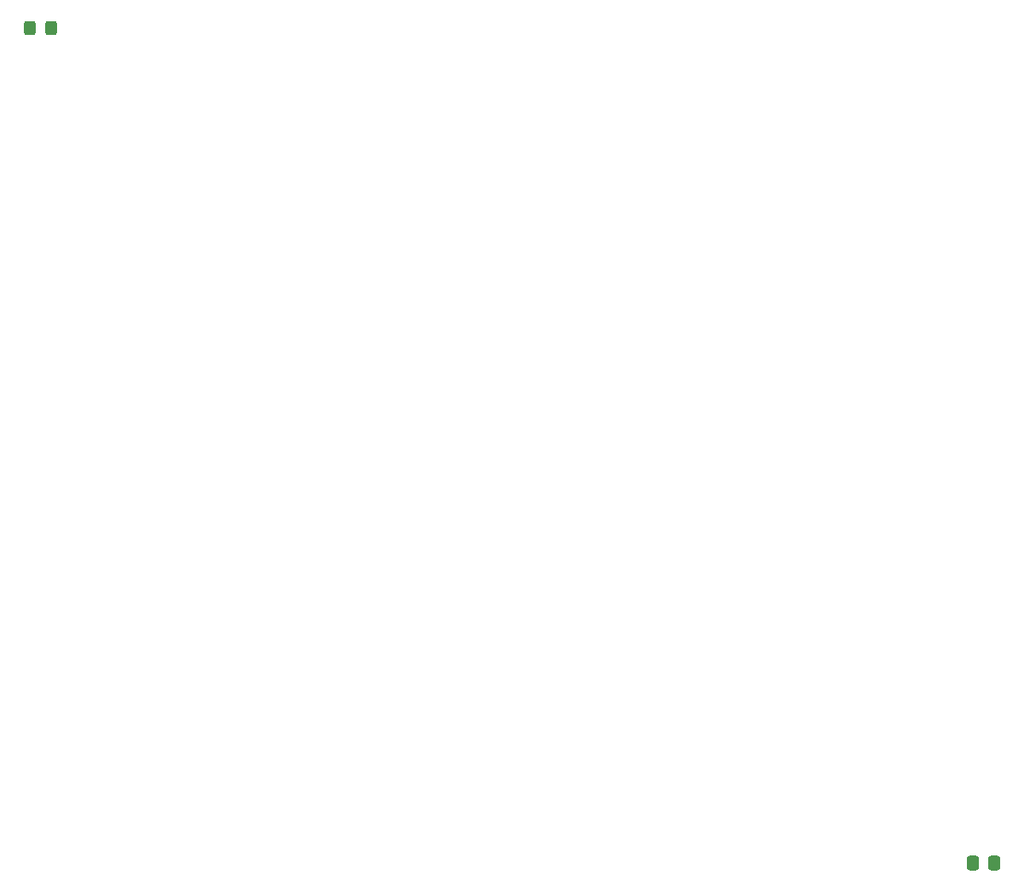
<source format=gbr>
%TF.GenerationSoftware,KiCad,Pcbnew,(6.0.2)*%
%TF.CreationDate,2022-06-02T21:34:10-05:00*%
%TF.ProjectId,65Percent,36355065-7263-4656-9e74-2e6b69636164,rev?*%
%TF.SameCoordinates,Original*%
%TF.FileFunction,Paste,Top*%
%TF.FilePolarity,Positive*%
%FSLAX46Y46*%
G04 Gerber Fmt 4.6, Leading zero omitted, Abs format (unit mm)*
G04 Created by KiCad (PCBNEW (6.0.2)) date 2022-06-02 21:34:10*
%MOMM*%
%LPD*%
G01*
G04 APERTURE LIST*
G04 Aperture macros list*
%AMRoundRect*
0 Rectangle with rounded corners*
0 $1 Rounding radius*
0 $2 $3 $4 $5 $6 $7 $8 $9 X,Y pos of 4 corners*
0 Add a 4 corners polygon primitive as box body*
4,1,4,$2,$3,$4,$5,$6,$7,$8,$9,$2,$3,0*
0 Add four circle primitives for the rounded corners*
1,1,$1+$1,$2,$3*
1,1,$1+$1,$4,$5*
1,1,$1+$1,$6,$7*
1,1,$1+$1,$8,$9*
0 Add four rect primitives between the rounded corners*
20,1,$1+$1,$2,$3,$4,$5,0*
20,1,$1+$1,$4,$5,$6,$7,0*
20,1,$1+$1,$6,$7,$8,$9,0*
20,1,$1+$1,$8,$9,$2,$3,0*%
G04 Aperture macros list end*
%ADD10RoundRect,0.250000X0.325000X0.450000X-0.325000X0.450000X-0.325000X-0.450000X0.325000X-0.450000X0*%
%ADD11RoundRect,0.250000X-0.337500X-0.475000X0.337500X-0.475000X0.337500X0.475000X-0.337500X0.475000X0*%
G04 APERTURE END LIST*
D10*
%TO.C,F1*%
X96529000Y-104902000D03*
X94479000Y-104902000D03*
%TD*%
D11*
%TO.C,C5*%
X188192500Y-187960000D03*
X190267500Y-187960000D03*
%TD*%
M02*

</source>
